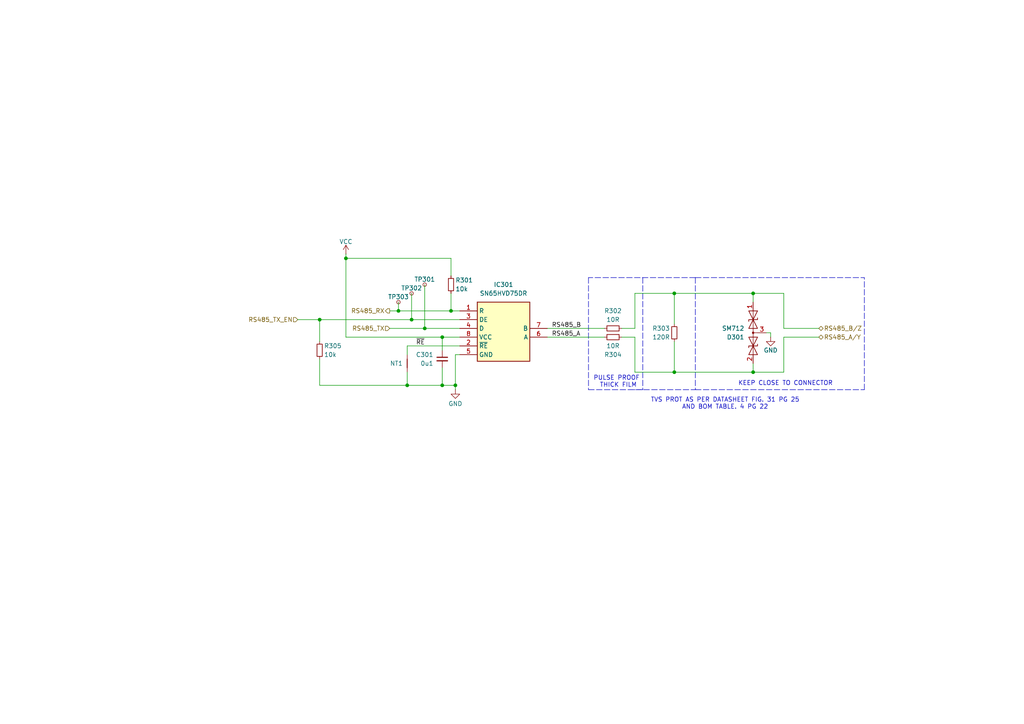
<source format=kicad_sch>
(kicad_sch (version 20231120) (generator "eeschema") (generator_version "8.0")
  (paper "A4")
  (title_block (title "CDRC - Custom DRC for Bit 10D") (date "25-11-2024") (rev "B") (company "JS HW"))
  (lib_symbols
    (symbol "Connector:TestPoint_Small" (pin_numbers hide) (pin_names (offset 0.762) hide)
      (property "Reference" "TP" (at 0 3.81 0))
      (property "Value" "TestPoint_Small" (at 0 2.032 0))
      (symbol "TestPoint_Small_0_1"
        (circle (center 0 0) (radius 0.508))
      )
      (symbol "TestPoint_Small_1_1"
        (pin passive line (at 0 0 90) (length 0) (name "1") (number "1"))
      )
    )
    (symbol "Device:C_Small" (pin_numbers hide) (pin_names (offset 0.254) hide)
      (property "Reference" "C" (at 0.254 1.778 0))
      (property "Value" "C_Small" (at 0.254 -2.032 0))
      (symbol "C_Small_0_1"
        (polyline (pts (xy -1.524 -0.508) (xy 1.524 -0.508)) (stroke (width 0.3302)))
        (polyline (pts (xy -1.524 0.508) (xy 1.524 0.508)) (stroke (width 0.3048)))
      )
      (symbol "C_Small_1_1"
        (pin passive line (at 0 2.54 270) (length 2.032) (name "~") (number "1"))
        (pin passive line (at 0 -2.54 90) (length 2.032) (name "~") (number "2"))
      )
    )
    (symbol "Device:NetTie_2" (pin_numbers hide) (pin_names (offset 0) hide) (in_bom no)
      (property "Reference" "NT" (at 0 1.27 0))
      (property "Value" "NetTie_2" (at 0 -1.27 0))
      (symbol "NetTie_2_0_1"
        (polyline (pts (xy -1.27 0) (xy 1.27 0)) (stroke (width 0.254)))
      )
      (symbol "NetTie_2_1_1"
        (pin passive line (at -2.54 0 0) (length 2.54) (name "1") (number "1"))
        (pin passive line (at 2.54 0 180) (length 2.54) (name "2") (number "2"))
      )
    )
    (symbol "Device:R_Small" (pin_numbers hide) (pin_names (offset 0.254) hide)
      (property "Reference" "R" (at 0.762 0.508 0))
      (property "Value" "R_Small" (at 0.762 -1.016 0))
      (symbol "R_Small_0_1"
        (rectangle (start -0.762 1.778) (end 0.762 -1.778) (stroke (width 0.2032)))
      )
      (symbol "R_Small_1_1"
        (pin passive line (at 0 2.54 270) (length 0.762) (name "~") (number "1"))
        (pin passive line (at 0 -2.54 90) (length 0.762) (name "~") (number "2"))
      )
    )
    (symbol "Diode:SM712_SOT23" (pin_names (offset 1.016) hide)
      (property "Reference" "D" (at 0 4.445 0))
      (property "Value" "SM712_SOT23" (at 0 2.54 0))
      (symbol "SM712_SOT23_0_0"
        (polyline (pts (xy 0 -1.27) (xy 0 0)))
      )
      (symbol "SM712_SOT23_0_1"
        (polyline (pts (xy -6.35 0) (xy 6.35 0)))
        (polyline (pts (xy -3.302 1.27) (xy -3.81 1.27) (xy -3.81 -1.27) (xy -4.318 -1.27)) (stroke (width 0.2032)))
        (polyline (pts (xy 4.318 1.27) (xy 3.81 1.27) (xy 3.81 -1.27) (xy 3.302 -1.27)) (stroke (width 0.2032)))
        (polyline (pts (xy -6.35 -1.27) (xy -1.27 1.27) (xy -1.27 -1.27) (xy -6.35 1.27) (xy -6.35 -1.27)) (stroke (width 0.2032)))
        (polyline (pts (xy 1.27 -1.27) (xy 1.27 1.27) (xy 6.35 -1.27) (xy 6.35 1.27) (xy 1.27 -1.27)) (stroke (width 0.2032)))
        (circle (center 0 0) (radius 0.254) (fill (type outline)))
      )
      (symbol "SM712_SOT23_1_1"
        (pin passive line (at -8.89 0 0) (length 2.54) (name "A1") (number "1"))
        (pin passive line (at 8.89 0 180) (length 2.54) (name "A2") (number "2"))
        (pin input line (at 0 -3.81 90) (length 2.54) (name "common") (number "3"))
      )
    )
    (symbol "SN65HVD75DR:SN65HVD75DR"
      (property "Reference" "IC301" (at 12.7 7.62 0))
      (property "Value" "SN65HVD75DR" (at 12.7 5.08 0))
      (symbol "SN65HVD75DR_1_1"
        (rectangle (start 5.08 2.54) (end 20.32 -14.605) (stroke (width 0.254)) (fill (type background)))
        (pin passive line (at 0 0 0) (length 5.08) (name "R") (number "1"))
        (pin passive line (at 0 -10.16 0) (length 5.08) (name "~{RE}") (number "2"))
        (pin passive line (at 0 -2.54 0) (length 5.08) (name "DE") (number "3"))
        (pin passive line (at 0 -5.08 0) (length 5.08) (name "D") (number "4"))
        (pin passive line (at 0 -12.7 0) (length 5.08) (name "GND") (number "5"))
        (pin passive line (at 25.4 -7.62 180) (length 5.08) (name "A") (number "6"))
        (pin passive line (at 25.4 -5.08 180) (length 5.08) (name "B") (number "7"))
        (pin passive line (at 0 -7.62 0) (length 5.08) (name "VCC") (number "8"))
      )
    )
    (symbol "power:GND" (power) (pin_numbers hide) (pin_names (offset 0) hide)
      (property "Value" "GND" (at 0 -3.81 0))
      (symbol "GND_0_1"
        (polyline (pts (xy 0 0) (xy 0 -1.27) (xy 1.27 -1.27) (xy 0 -2.54) (xy -1.27 -1.27) (xy 0 -1.27)))
      )
      (symbol "GND_1_1"
        (pin power_in line (at 0 0 270) (length 0) (name "~") (number "1"))
      )
    )
    (symbol "power:VCC" (power) (pin_numbers hide) (pin_names (offset 0) hide)
      (property "Value" "VCC" (at 0 3.556 0))
      (symbol "VCC_0_1"
        (polyline (pts (xy -0.762 1.27) (xy 0 2.54)))
        (polyline (pts (xy 0 0) (xy 0 2.54)))
        (polyline (pts (xy 0 2.54) (xy 0.762 1.27)))
      )
      (symbol "VCC_1_1"
        (pin power_in line (at 0 0 90) (length 0) (name "~") (number "1"))
      )
    )
  )
  (junction (at 100.33 74.93))
  (junction (at 195.58 85.09))
  (junction (at 195.58 107.95))
  (junction (at 118.11 111.76))
  (junction (at 123.19 95.25))
  (junction (at 128.27 97.79))
  (junction (at 92.71 92.71))
  (junction (at 130.81 90.17))
  (junction (at 132.08 111.76))
  (junction (at 119.38 92.71))
  (junction (at 128.27 111.76))
  (junction (at 115.57 90.17))
  (junction (at 218.44 85.09))
  (junction (at 218.44 107.95))
  (wire (pts (xy 195.58 85.09) (xy 218.44 85.09)))
  (wire (pts (xy 180.34 95.25) (xy 184.15 95.25)))
  (wire (pts (xy 132.08 111.76) (xy 132.08 113.03)))
  (wire (pts (xy 113.03 90.17) (xy 115.57 90.17)))
  (wire (pts (xy 132.08 102.87) (xy 132.08 111.76)))
  (wire (pts (xy 92.71 111.76) (xy 118.11 111.76)))
  (wire (pts (xy 130.81 90.17) (xy 133.35 90.17)))
  (wire (pts (xy 223.52 96.52) (xy 222.25 96.52)))
  (wire (pts (xy 184.15 97.79) (xy 184.15 107.95)))
  (wire (pts (xy 118.11 102.87) (xy 118.11 100.33)))
  (wire (pts (xy 123.19 95.25) (xy 133.35 95.25)))
  (wire (pts (xy 92.71 92.71) (xy 119.38 92.71)))
  (wire (pts (xy 118.11 100.33) (xy 133.35 100.33)))
  (wire (pts (xy 128.27 97.79) (xy 128.27 101.6)))
  (wire (pts (xy 223.52 97.79) (xy 223.52 96.52)))
  (polyline (pts (xy 201.676 80.518) (xy 170.688 80.518)) (stroke (width 0) (type dash)))
  (wire (pts (xy 130.81 74.93) (xy 100.33 74.93)))
  (wire (pts (xy 158.75 97.79) (xy 175.26 97.79)))
  (wire (pts (xy 119.38 85.09) (xy 119.38 92.71)))
  (wire (pts (xy 86.36 92.71) (xy 92.71 92.71)))
  (wire (pts (xy 115.57 87.63) (xy 115.57 90.17)))
  (wire (pts (xy 130.81 85.09) (xy 130.81 90.17)))
  (wire (pts (xy 113.03 95.25) (xy 123.19 95.25)))
  (wire (pts (xy 128.27 106.68) (xy 128.27 111.76)))
  (wire (pts (xy 218.44 85.09) (xy 227.33 85.09)))
  (wire (pts (xy 92.71 104.14) (xy 92.71 111.76)))
  (wire (pts (xy 184.15 85.09) (xy 195.58 85.09)))
  (wire (pts (xy 227.33 97.79) (xy 237.49 97.79)))
  (wire (pts (xy 227.33 85.09) (xy 227.33 95.25)))
  (polyline (pts (xy 186.436 113.03) (xy 183.896 113.03)) (stroke (width 0) (type dash)))
  (polyline (pts (xy 201.676 80.518) (xy 250.698 80.518)) (stroke (width 0) (type dash)))
  (wire (pts (xy 227.33 95.25) (xy 237.49 95.25)))
  (wire (pts (xy 158.75 95.25) (xy 175.26 95.25)))
  (wire (pts (xy 128.27 111.76) (xy 132.08 111.76)))
  (wire (pts (xy 180.34 97.79) (xy 184.15 97.79)))
  (wire (pts (xy 92.71 92.71) (xy 92.71 99.06)))
  (wire (pts (xy 118.11 111.76) (xy 128.27 111.76)))
  (wire (pts (xy 130.81 80.01) (xy 130.81 74.93)))
  (polyline (pts (xy 201.676 113.03) (xy 250.698 113.03)) (stroke (width 0) (type dash)))
  (wire (pts (xy 115.57 90.17) (xy 130.81 90.17)))
  (wire (pts (xy 100.33 74.93) (xy 100.33 97.79)))
  (wire (pts (xy 184.15 95.25) (xy 184.15 85.09)))
  (polyline (pts (xy 250.698 113.03) (xy 250.698 80.518)) (stroke (width 0) (type dash)))
  (polyline (pts (xy 170.688 113.03) (xy 201.93 113.03)) (stroke (width 0) (type dash)))
  (wire (pts (xy 119.38 92.71) (xy 133.35 92.71)))
  (wire (pts (xy 123.19 82.55) (xy 123.19 95.25)))
  (polyline (pts (xy 170.688 80.518) (xy 170.688 113.03)) (stroke (width 0) (type dash)))
  (wire (pts (xy 195.58 93.98) (xy 195.58 85.09)))
  (wire (pts (xy 100.33 97.79) (xy 128.27 97.79)))
  (wire (pts (xy 218.44 105.41) (xy 218.44 107.95)))
  (wire (pts (xy 118.11 107.95) (xy 118.11 111.76)))
  (polyline (pts (xy 201.676 80.518) (xy 201.676 113.03)) (stroke (width 0) (type dash)))
  (wire (pts (xy 133.35 102.87) (xy 132.08 102.87)))
  (wire (pts (xy 227.33 107.95) (xy 218.44 107.95)))
  (wire (pts (xy 218.44 85.09) (xy 218.44 87.63)))
  (wire (pts (xy 100.33 73.66) (xy 100.33 74.93)))
  (wire (pts (xy 133.35 97.79) (xy 128.27 97.79)))
  (wire (pts (xy 195.58 107.95) (xy 218.44 107.95)))
  (wire (pts (xy 184.15 107.95) (xy 195.58 107.95)))
  (wire (pts (xy 227.33 97.79) (xy 227.33 107.95)))
  (polyline (pts (xy 186.436 80.518) (xy 186.436 113.03)) (stroke (width 0) (type dash)))
  (wire (pts (xy 195.58 107.95) (xy 195.58 99.06)))
  (text "KEEP CLOSE TO CONNECTOR" (at 227.838 111.252 0) (effects (font (size 1.27 1.27))))
  (text "TVS PROT AS PER DATASHEET FIG. 31 PG 25\nAND BOM TABLE. 4 PG 22" (at 210.312 117.094 0) (effects (font (size 1.27 1.27))))
  (text "PULSE PROOF \nTHICK FILM" (at 179.324 110.744 0) (effects (font (size 1.27 1.27))))
  (label "RS485_A" (at 160.02 97.79 0))
  (label "~{RE}" (at 120.65 100.33 0))
  (label "RS485_B" (at 160.02 95.25 0))
  (hierarchical_label "RS485_B{slash}Z" (shape bidirectional) (at 237.49 95.25 0))
  (hierarchical_label "RS485_TX" (shape input) (at 113.03 95.25 180))
  (hierarchical_label "RS485_TX_EN" (shape input) (at 86.36 92.71 180))
  (hierarchical_label "RS485_RX" (shape output) (at 113.03 90.17 180))
  (hierarchical_label "RS485_A{slash}Y" (shape bidirectional) (at 237.49 97.79 0))
  (symbol (lib_id "Device:R_Small") (at 92.71 101.6 0) (unit 1)
    (property "Reference" "R305" (at 93.98 100.33 0) (effects (justify left)))
    (property "Value" "10k" (at 93.98 102.87 0) (effects (justify left)))
    (property "Footprint" "Resistor_SMD:R_0603_1608Metric_Pad0.98x0.95mm_HandSolder" (effects (hide yes)))
    (property "Description" "Resistor, small symbol" (effects (hide yes)))
    (property "Manufacturer" "UNI-ROYAL(Uniroyal Elec)" (effects (hide yes)))
    (property "LCSC" "C25804" (effects (hide yes)))
    (property "MPN" "0603WAF1002T5E" (effects (hide yes)))
  )
  (symbol (lib_id "Diode:SM712_SOT23") (at 218.44 96.52 90) (mirror x) (unit 1)
    (property "Reference" "D301" (at 215.9 97.7901 90) (effects (justify left)))
    (property "Value" "SM712" (at 215.9 95.2501 90) (effects (justify left)))
    (property "Footprint" "Package_TO_SOT_SMD:SOT-23" (effects (hide yes)))
    (property "Datasheet" "https://www.littelfuse.com/~/media/electronics/datasheets/tvs_diode_arrays/littelfuse_tvs_diode_array_sm712_datasheet.pdf.pdf" (effects (hide yes)))
    (property "Description" "7V/12V, 600W Asymmetrical TVS Diode Array, SOT-23" (effects (hide yes)))
    (property "Manufacturer" "JUXING" (effects (hide yes)))
    (property "LCSC" "C5243888" (effects (hide yes)))
    (property "MPN" "SM712" (effects (hide yes)))
  )
  (symbol (lib_id "power:VCC") (at 100.33 73.66 0) (unit 1)
    (property "Reference" "#PWR0301" (effects (hide yes)))
    (property "Value" "VCC" (at 100.33 70.104 0))
    (property "Description" "Power symbol creates a global label with name \"VCC\"" (effects (hide yes)))
  )
  (symbol (lib_id "Connector:TestPoint_Small") (at 123.19 82.55 0) (unit 1) (in_bom no)
    (property "Reference" "TP301" (at 120.142 81.026 0) (effects (justify left)))
    (property "Value" "TestPoint_Small" (effects (hide yes)))
    (property "Footprint" "TestPoint:TestPoint_Pad_D1.5mm" (effects (hide yes)))
    (property "Description" "test point" (effects (hide yes)))
  )
  (symbol (lib_id "Connector:TestPoint_Small") (at 115.57 87.63 0) (unit 1) (in_bom no)
    (property "Reference" "TP303" (at 112.522 86.106 0) (effects (justify left)))
    (property "Value" "TestPoint_Small" (effects (hide yes)))
    (property "Footprint" "TestPoint:TestPoint_Pad_D1.5mm" (effects (hide yes)))
    (property "Description" "test point" (effects (hide yes)))
  )
  (symbol (lib_id "power:GND") (at 223.52 97.79 0) (unit 1)
    (property "Reference" "#PWR0302" (effects (hide yes)))
    (property "Value" "GND" (at 223.52 101.6 0))
    (property "Description" "Power symbol creates a global label with name \"GND\" , ground" (effects (hide yes)))
  )
  (symbol (lib_id "Device:R_Small") (at 130.81 82.55 0) (unit 1)
    (property "Reference" "R301" (at 132.08 81.28 0) (effects (justify left)))
    (property "Value" "10k" (at 132.08 83.82 0) (effects (justify left)))
    (property "Footprint" "Resistor_SMD:R_0603_1608Metric_Pad0.98x0.95mm_HandSolder" (effects (hide yes)))
    (property "Description" "Resistor, small symbol" (effects (hide yes)))
    (property "Manufacturer" "UNI-ROYAL(Uniroyal Elec)" (effects (hide yes)))
    (property "LCSC" "C25804" (effects (hide yes)))
    (property "MPN" "0603WAF1002T5E" (effects (hide yes)))
  )
  (symbol (lib_id "Device:R_Small") (at 177.8 97.79 270) (mirror x) (unit 1)
    (property "Reference" "R304" (at 177.8 102.87 90))
    (property "Value" "10R" (at 177.8 100.33 90))
    (property "Footprint" "Resistor_SMD:R_0603_1608Metric_Pad0.98x0.95mm_HandSolder" (effects (hide yes)))
    (property "Description" "Resistor, small symbol" (effects (hide yes)))
    (property "MPN" "CRCW060310R0FKTA" (effects (hide yes)))
    (property "LCSC" "C2091419" (effects (hide yes)))
    (property "Manufacturer" "Vishay Intertech" (effects (hide yes)))
  )
  (symbol (lib_id "Device:C_Small") (at 128.27 104.14 0) (mirror y) (unit 1)
    (property "Reference" "C301" (at 125.73 102.8762 0) (effects (justify left)))
    (property "Value" "0u1" (at 125.73 105.4162 0) (effects (justify left)))
    (property "Footprint" "Capacitor_SMD:C_0603_1608Metric_Pad1.08x0.95mm_HandSolder" (effects (hide yes)))
    (property "Description" "Unpolarized capacitor, small symbol" (effects (hide yes)))
    (property "Manufacturer" "YAGEO" (effects (hide yes)))
    (property "LCSC" "C14663" (effects (hide yes)))
    (property "MPN" "CC0603KRX7R9BB104" (effects (hide yes)))
  )
  (symbol (lib_id "Connector:TestPoint_Small") (at 119.38 85.09 0) (unit 1) (in_bom no)
    (property "Reference" "TP302" (at 116.332 83.566 0) (effects (justify left)))
    (property "Value" "TestPoint_Small" (effects (hide yes)))
    (property "Footprint" "TestPoint:TestPoint_Pad_D1.5mm" (effects (hide yes)))
    (property "Description" "test point" (effects (hide yes)))
  )
  (symbol (lib_id "SN65HVD75DR:SN65HVD75DR") (at 133.35 90.17 0) (unit 1)
    (property "Reference" "IC301" (at 146.05 82.55 0))
    (property "Value" "SN65HVD75DR" (at 146.05 85.09 0))
    (property "Footprint" "Package_SO:SOIC-8_3.9x4.9mm_P1.27mm" (effects (hide yes)))
    (property "Datasheet" "http://www.ti.com/lit/gpn/sn65hvd75" (effects (hide yes)))
    (property "Description" "3.3-V half-duplex RS-485 transceiver with IEC ESD, 20 Mbps" (effects (hide yes)))
    (property "Height" "1.75" (effects (hide yes)))
    (property "Manufacturer_Name" "Texas Instruments" (effects (hide yes)))
    (property "Manufacturer_Part_Number" "SN65HVD75DR" (effects (hide yes)))
    (property "Mouser Part Number" "595-SN65HVD75DR" (effects (hide yes)))
    (property "Mouser Price/Stock" "https://www.mouser.co.uk/ProductDetail/Texas-Instruments/SN65HVD75DR?qs=X2y4EmDJZOW1Viw5bHgBbQ%3D%3D" (effects (hide yes)))
    (property "Arrow Part Number" "SN65HVD75DR" (effects (hide yes)))
    (property "Arrow Price/Stock" "https://www.arrow.com/en/products/sn65hvd75dr/texas-instruments?region=nac" (effects (hide yes)))
    (property "Manufacturer" "Texas Instruments" (effects (hide yes)))
    (property "LCSC" "C57928" (effects (hide yes)))
    (property "MPN" "SN65HVD75DR" (effects (hide yes)))
  )
  (symbol (lib_id "power:GND") (at 132.08 113.03 0) (unit 1)
    (property "Reference" "#PWR0303" (effects (hide yes)))
    (property "Value" "GND" (at 132.08 117.094 0))
    (property "Description" "Power symbol creates a global label with name \"GND\" , ground" (effects (hide yes)))
  )
  (symbol (lib_id "Device:R_Small") (at 177.8 95.25 90) (unit 1)
    (property "Reference" "R302" (at 177.8 90.17 90))
    (property "Value" "10R" (at 177.8 92.71 90))
    (property "Footprint" "Resistor_SMD:R_0603_1608Metric_Pad0.98x0.95mm_HandSolder" (effects (hide yes)))
    (property "Description" "Resistor, small symbol" (effects (hide yes)))
    (property "MPN" "CRCW060310R0FKTA" (effects (hide yes)))
    (property "LCSC" "C2091419" (effects (hide yes)))
    (property "Manufacturer" "Vishay Intertech" (effects (hide yes)))
  )
  (symbol (lib_id "Device:NetTie_2") (at 118.11 105.41 270) (mirror x) (unit 1) (in_bom no)
    (property "Reference" "NT1" (at 116.84 105.41 90) (effects (justify right)))
    (property "Value" "NetTie_2" (effects (hide yes)))
    (property "Footprint" "NetTie:NetTie-2_SMD_Pad0.5mm" (effects (hide yes)))
    (property "Description" "Net tie, 2 pins" (effects (hide yes)))
  )
  (symbol (lib_id "Device:R_Small") (at 195.58 96.52 0) (mirror y) (unit 1)
    (property "Reference" "R303" (at 194.31 95.25 0) (effects (justify left)))
    (property "Value" "120R" (at 194.31 97.79 0) (effects (justify left)))
    (property "Footprint" "Resistor_SMD:R_0603_1608Metric_Pad0.98x0.95mm_HandSolder" (effects (hide yes)))
    (property "Description" "Resistor, small symbol" (effects (hide yes)))
    (property "Manufacturer" " UNI-ROYAL(Uniroyal Elec)" (effects (hide yes)))
    (property "LCSC" "C22787" (effects (hide yes)))
    (property "MPN" "0603WAF1200T5E" (effects (hide yes)))
  )
)
</source>
